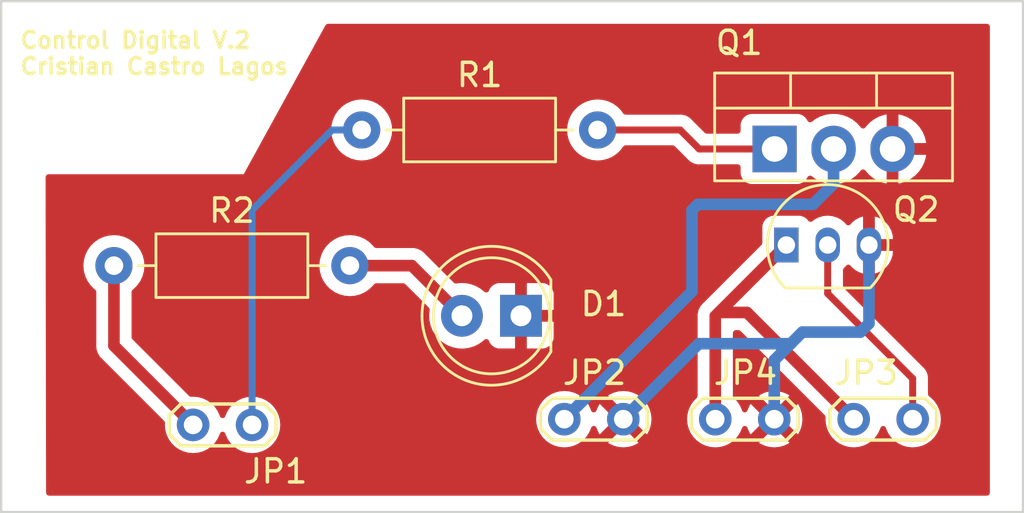
<source format=kicad_pcb>
(kicad_pcb (version 20241229) (generator "pcbnew") (generator_version "9.0")
  (layers (0 "F.Cu" signal) (2 "B.Cu" signal) (13 "F.Paste" user) (15 "B.Paste" user) (5 "F.SilkS" user "F.Silkscreen") (7 "B.SilkS" user "B.Silkscreen") (1 "F.Mask" user) (3 "B.Mask" user) (25 "Edge.Cuts" user))
  (net 0 "")
  (net 1 "Net-(D1-Pad2)")
  (net 2 "Net-(JP1-Pad1)")
  (net 3 "Net-(JP1-Pad2)")
  (net 4 "Net-(JP3-Pad1)")
  (net 5 "Net-(Q1-Pad1)")
  (net 6 "GND")
  (net 7 "+5VA")
  (net 8 "+3V3")
  (footprint "Resistor_THT:R_Axial_DIN0207_L6.3mm_D2.5mm_P10.16mm_Horizontal" (layer "F.Cu") (at 117.856 64.389)
    (property "Reference" "R2" (at 5.08 -2.37 0) (layer "F.SilkS"))
    (property "Value" "470")
    (fp_line (start 1.04 0) (end 1.81 0) (stroke (width 0.12)) (layer "F.SilkS"))
    (fp_line (start 1.81 -1.37) (end 1.81 1.37) (stroke (width 0.12)) (layer "F.SilkS"))
    (fp_line (start 1.81 1.37) (end 8.35 1.37) (stroke (width 0.12)) (layer "F.SilkS"))
    (fp_line (start 8.35 -1.37) (end 1.81 -1.37) (stroke (width 0.12)) (layer "F.SilkS"))
    (fp_line (start 8.35 1.37) (end 8.35 -1.37) (stroke (width 0.12)) (layer "F.SilkS"))
    (fp_line (start 9.12 0) (end 8.35 0) (stroke (width 0.12)) (layer "F.SilkS"))
    (pad "1" thru_hole circle (at 0 0) (size 1.6 1.6) (drill 0.8) (layers "*.Cu" "*.Mask") (net 3 "Net-(JP1-Pad2)"))
    (pad "2" thru_hole oval (at 10.16 0) (size 1.6 1.6) (drill 0.8) (layers "*.Cu" "*.Mask") (net 1 "Net-(D1-Pad2)"))
  )
  (footprint "TestPoint:TestPoint_2Pads_Pitch2.54mm_Drill0.8mm" (layer "F.Cu") (at 137.25 71)
    (property "Reference" "JP2" (at 1.3 -2 0) (layer "F.SilkS"))
    (property "Value" "PWR Tr")
    (fp_line (start -1.03 -0.4) (end -0.53 -0.9) (stroke (width 0.15)) (layer "F.SilkS"))
    (fp_line (start -1.03 0.4) (end -1.03 -0.4) (stroke (width 0.15)) (layer "F.SilkS"))
    (fp_line (start -0.53 -0.9) (end 3.07 -0.9) (stroke (width 0.15)) (layer "F.SilkS"))
    (fp_line (start -0.53 0.9) (end -1.03 0.4) (stroke (width 0.15)) (layer "F.SilkS"))
    (fp_line (start 3.07 -0.9) (end 3.57 -0.4) (stroke (width 0.15)) (layer "F.SilkS"))
    (fp_line (start 3.07 0.9) (end -0.53 0.9) (stroke (width 0.15)) (layer "F.SilkS"))
    (fp_line (start 3.57 -0.4) (end 3.57 0.4) (stroke (width 0.15)) (layer "F.SilkS"))
    (fp_line (start 3.57 0.4) (end 3.07 0.9) (stroke (width 0.15)) (layer "F.SilkS"))
    (pad "1" thru_hole circle (at 0 0) (size 1.4 1.4) (drill 0.8) (layers "*.Cu" "*.Mask") (net 7 "+5VA"))
    (pad "2" thru_hole circle (at 2.54 0) (size 1.4 1.4) (drill 0.8) (layers "*.Cu" "*.Mask") (net 6 "GND"))
  )
  (footprint "Package_TO_SOT_THT:TO-92_Inline" (layer "F.Cu") (at 147.32 63.5)
    (property "Reference" "Q2" (at 5.08 -1.524 0) (layer "F.SilkS"))
    (property "Value" "TMP")
    (fp_line (start -0.53 1.85) (end 3.07 1.85) (stroke (width 0.12)) (layer "F.SilkS"))
    (fp_arc (start -0.568478 1.838478) (mid -1.132087 -0.994977) (end 1.27 -2.6) (stroke (width 0.12)) (layer "F.SilkS"))
    (fp_arc (start 1.27 -2.6) (mid 3.672087 -0.994977) (end 3.108478 1.838478) (stroke (width 0.12)) (layer "F.SilkS"))
    (pad "1" thru_hole rect (at -0.508 0) (size 1.05 1.5) (drill 0.75) (layers "*.Cu" "*.Mask") (net 8 "+3V3"))
    (pad "2" thru_hole oval (at 1.27 0) (size 1.05 1.5) (drill 0.75) (layers "*.Cu" "*.Mask") (net 4 "Net-(JP3-Pad1)"))
    (pad "3" thru_hole oval (at 3.048 0) (size 1.05 1.5) (drill 0.75) (layers "*.Cu" "*.Mask") (net 6 "GND"))
  )
  (footprint "TestPoint:TestPoint_2Pads_Pitch2.54mm_Drill0.8mm" (layer "F.Cu") (at 143.75 71)
    (property "Reference" "JP4" (at 1.3 -2 0) (layer "F.SilkS"))
    (property "Value" "Arduino")
    (fp_line (start -1.03 -0.4) (end -0.53 -0.9) (stroke (width 0.15)) (layer "F.SilkS"))
    (fp_line (start -1.03 0.4) (end -1.03 -0.4) (stroke (width 0.15)) (layer "F.SilkS"))
    (fp_line (start -0.53 -0.9) (end 3.07 -0.9) (stroke (width 0.15)) (layer "F.SilkS"))
    (fp_line (start -0.53 0.9) (end -1.03 0.4) (stroke (width 0.15)) (layer "F.SilkS"))
    (fp_line (start 3.07 -0.9) (end 3.57 -0.4) (stroke (width 0.15)) (layer "F.SilkS"))
    (fp_line (start 3.07 0.9) (end -0.53 0.9) (stroke (width 0.15)) (layer "F.SilkS"))
    (fp_line (start 3.57 -0.4) (end 3.57 0.4) (stroke (width 0.15)) (layer "F.SilkS"))
    (fp_line (start 3.57 0.4) (end 3.07 0.9) (stroke (width 0.15)) (layer "F.SilkS"))
    (pad "1" thru_hole circle (at 0 0) (size 1.4 1.4) (drill 0.8) (layers "*.Cu" "*.Mask") (net 8 "+3V3"))
    (pad "2" thru_hole circle (at 2.54 0) (size 1.4 1.4) (drill 0.8) (layers "*.Cu" "*.Mask") (net 6 "GND"))
  )
  (footprint "TestPoint:TestPoint_2Pads_Pitch2.54mm_Drill0.8mm" (layer "F.Cu") (at 152.25 71 180)
    (property "Reference" "JP3" (at 2 2 0) (layer "F.SilkS"))
    (property "Value" "An In")
    (fp_line (start 3.57 0.4) (end 3.07 0.9) (stroke (width 0.15)) (layer "F.SilkS"))
    (fp_line (start 3.57 -0.4) (end 3.57 0.4) (stroke (width 0.15)) (layer "F.SilkS"))
    (fp_line (start 3.07 0.9) (end -0.53 0.9) (stroke (width 0.15)) (layer "F.SilkS"))
    (fp_line (start 3.07 -0.9) (end 3.57 -0.4) (stroke (width 0.15)) (layer "F.SilkS"))
    (fp_line (start -0.53 0.9) (end -1.03 0.4) (stroke (width 0.15)) (layer "F.SilkS"))
    (fp_line (start -0.53 -0.9) (end 3.07 -0.9) (stroke (width 0.15)) (layer "F.SilkS"))
    (fp_line (start -1.03 0.4) (end -1.03 -0.4) (stroke (width 0.15)) (layer "F.SilkS"))
    (fp_line (start -1.03 -0.4) (end -0.53 -0.9) (stroke (width 0.15)) (layer "F.SilkS"))
    (pad "1" thru_hole circle (at 0 0 180) (size 1.4 1.4) (drill 0.8) (layers "*.Cu" "*.Mask") (net 4 "Net-(JP3-Pad1)"))
    (pad "2" thru_hole circle (at 2.54 0 180) (size 1.4 1.4) (drill 0.8) (layers "*.Cu" "*.Mask") (net 8 "+3V3"))
  )
  (footprint "LED_THT:LED_D5.0mm" (layer "F.Cu") (at 135.382 66.548 180)
    (property "Reference" "D1" (at -3.556 0.508 0) (layer "F.SilkS"))
    (property "Value" "LED")
    (fp_line (start -1.29 -1.545) (end -1.29 1.545) (stroke (width 0.12)) (layer "F.SilkS"))
    (fp_arc (start 4.26 -0.000462) (mid 2.072002 2.880433) (end -1.29 1.54483) (stroke (width 0.12)) (layer "F.SilkS"))
    (fp_arc (start -1.29 -1.54483) (mid 2.072002 -2.880433) (end 4.26 0.000462) (stroke (width 0.12)) (layer "F.SilkS"))
    (fp_circle (center 1.27 0) (end 3.77 0) (stroke (width 0.12)) (fill no) (layer "F.SilkS"))
    (pad "1" thru_hole rect (at 0 0 180) (size 1.8 1.8) (drill 0.9) (layers "*.Cu" "*.Mask") (net 6 "GND"))
    (pad "2" thru_hole circle (at 2.54 0 180) (size 1.8 1.8) (drill 0.9) (layers "*.Cu" "*.Mask") (net 1 "Net-(D1-Pad2)"))
  )
  (footprint "TestPoint:TestPoint_2Pads_Pitch2.54mm_Drill0.8mm" (layer "F.Cu") (at 123.805 71.247 180)
    (property "Reference" "JP1" (at -1.016 -2 0) (layer "F.SilkS"))
    (property "Value" "Dig PIN")
    (fp_line (start 3.57 0.4) (end 3.07 0.9) (stroke (width 0.15)) (layer "F.SilkS"))
    (fp_line (start 3.57 -0.4) (end 3.57 0.4) (stroke (width 0.15)) (layer "F.SilkS"))
    (fp_line (start 3.07 0.9) (end -0.53 0.9) (stroke (width 0.15)) (layer "F.SilkS"))
    (fp_line (start 3.07 -0.9) (end 3.57 -0.4) (stroke (width 0.15)) (layer "F.SilkS"))
    (fp_line (start -0.53 0.9) (end -1.03 0.4) (stroke (width 0.15)) (layer "F.SilkS"))
    (fp_line (start -0.53 -0.9) (end 3.07 -0.9) (stroke (width 0.15)) (layer "F.SilkS"))
    (fp_line (start -1.03 0.4) (end -1.03 -0.4) (stroke (width 0.15)) (layer "F.SilkS"))
    (fp_line (start -1.03 -0.4) (end -0.53 -0.9) (stroke (width 0.15)) (layer "F.SilkS"))
    (pad "1" thru_hole circle (at 0 0 180) (size 1.4 1.4) (drill 0.8) (layers "*.Cu" "*.Mask") (net 2 "Net-(JP1-Pad1)"))
    (pad "2" thru_hole circle (at 2.54 0 180) (size 1.4 1.4) (drill 0.8) (layers "*.Cu" "*.Mask") (net 3 "Net-(JP1-Pad2)"))
  )
  (footprint "Package_TO_SOT_THT:TO-220-3_Vertical" (layer "F.Cu") (at 146.304 59.365)
    (property "Reference" "Q1" (at -1.524 -4.572 0) (layer "F.SilkS"))
    (property "Value" "TIP31C")
    (fp_line (start -2.58 -3.27) (end -2.58 1.371) (stroke (width 0.12)) (layer "F.SilkS"))
    (fp_line (start -2.58 -3.27) (end 7.66 -3.27) (stroke (width 0.12)) (layer "F.SilkS"))
    (fp_line (start -2.58 -1.76) (end 7.66 -1.76) (stroke (width 0.12)) (layer "F.SilkS"))
    (fp_line (start -2.58 1.371) (end 7.66 1.371) (stroke (width 0.12)) (layer "F.SilkS"))
    (fp_line (start 0.69 -3.27) (end 0.69 -1.76) (stroke (width 0.12)) (layer "F.SilkS"))
    (fp_line (start 4.391 -3.27) (end 4.391 -1.76) (stroke (width 0.12)) (layer "F.SilkS"))
    (fp_line (start 7.66 -3.27) (end 7.66 1.371) (stroke (width 0.12)) (layer "F.SilkS"))
    (pad "1" thru_hole rect (at 0 0) (size 1.905 2) (drill 1.1) (layers "*.Cu" "*.Mask") (net 5 "Net-(Q1-Pad1)"))
    (pad "2" thru_hole oval (at 2.54 0) (size 1.905 2) (drill 1.1) (layers "*.Cu" "*.Mask") (net 7 "+5VA"))
    (pad "3" thru_hole oval (at 5.08 0) (size 1.905 2) (drill 1.1) (layers "*.Cu" "*.Mask") (net 6 "GND"))
  )
  (footprint "Resistor_THT:R_Axial_DIN0207_L6.3mm_D2.5mm_P10.16mm_Horizontal" (layer "F.Cu") (at 128.524 58.547)
    (property "Reference" "R1" (at 5.08 -2.37 0) (layer "F.SilkS"))
    (property "Value" "470")
    (fp_line (start 1.04 0) (end 1.81 0) (stroke (width 0.12)) (layer "F.SilkS"))
    (fp_line (start 1.81 -1.37) (end 1.81 1.37) (stroke (width 0.12)) (layer "F.SilkS"))
    (fp_line (start 1.81 1.37) (end 8.35 1.37) (stroke (width 0.12)) (layer "F.SilkS"))
    (fp_line (start 8.35 -1.37) (end 1.81 -1.37) (stroke (width 0.12)) (layer "F.SilkS"))
    (fp_line (start 8.35 1.37) (end 8.35 -1.37) (stroke (width 0.12)) (layer "F.SilkS"))
    (fp_line (start 9.12 0) (end 8.35 0) (stroke (width 0.12)) (layer "F.SilkS"))
    (pad "1" thru_hole circle (at 0 0) (size 1.6 1.6) (drill 0.8) (layers "*.Cu" "*.Mask") (net 2 "Net-(JP1-Pad1)"))
    (pad "2" thru_hole oval (at 10.16 0) (size 1.6 1.6) (drill 0.8) (layers "*.Cu" "*.Mask") (net 5 "Net-(Q1-Pad1)"))
  )
  (gr_line (start 113 75) (end 113 53) (stroke (width 0.1)) (layer "Edge.Cuts"))
  (gr_line (start 113 53) (end 157 53) (stroke (width 0.1)) (layer "Edge.Cuts"))
  (gr_line (start 157 75) (end 113 75) (stroke (width 0.1)) (layer "Edge.Cuts"))
  (gr_line (start 157 53) (end 157 75) (stroke (width 0.1)) (layer "Edge.Cuts"))
  (gr_text "Control Digital V.2\nCristian Castro Lagos" (at 113.75 55.245 0) (layer "F.SilkS") (effects (font (size 0.7 0.7)) (justify left)))
  (segment (start 130.683 64.389) (end 128.016 64.389) (width 0.5) (layer "F.Cu") (net 1))
  (segment (start 132.842 66.548) (end 130.683 64.389) (width 0.5) (layer "F.Cu") (net 1))
  (segment (start 128.397 58.42) (end 128.524 58.547) (width 0.3) (layer "F.Cu") (net 2))
  (segment (start 123.805 61.996) (end 123.805 71.247) (width 0.3) (layer "B.Cu") (net 2))
  (segment (start 128.524 58.547) (end 127.254 58.547) (width 0.3) (layer "B.Cu") (net 2))
  (segment (start 127.254 58.547) (end 123.805 61.996) (width 0.3) (layer "B.Cu") (net 2))
  (segment (start 117.856 67.838) (end 117.856 64.389) (width 0.5) (layer "F.Cu") (net 3))
  (segment (start 121.265 71.247) (end 117.856 67.838) (width 0.5) (layer "F.Cu") (net 3))
  (segment (start 148.59 65.59) (end 148.59 63.5) (width 0.3) (layer "F.Cu") (net 4))
  (segment (start 152.25 71) (end 152.25 69.25) (width 0.3) (layer "F.Cu") (net 4))
  (segment (start 152.25 69.25) (end 148.59 65.59) (width 0.3) (layer "F.Cu") (net 4))
  (segment (start 143.058 59.365) (end 146.304 59.365) (width 0.3) (layer "F.Cu") (net 5))
  (segment (start 142.24 58.547) (end 143.058 59.365) (width 0.3) (layer "F.Cu") (net 5))
  (segment (start 138.684 58.547) (end 142.24 58.547) (width 0.3) (layer "F.Cu") (net 5))
  (segment (start 143.04 67.75) (end 147 67.75) (width 0.5) (layer "B.Cu") (net 6))
  (segment (start 150.368 66.882) (end 150.368 63.5) (width 0.5) (layer "B.Cu") (net 6))
  (segment (start 147.5 67.25) (end 150 67.25) (width 0.5) (layer "B.Cu") (net 6))
  (segment (start 139.79 71) (end 143.04 67.75) (width 0.5) (layer "B.Cu") (net 6))
  (segment (start 150 67.25) (end 150.368 66.882) (width 0.5) (layer "B.Cu") (net 6))
  (segment (start 146.29 71) (end 146.29 68.46) (width 0.5) (layer "B.Cu") (net 6))
  (segment (start 147 67.75) (end 147.5 67.25) (width 0.5) (layer "B.Cu") (net 6))
  (segment (start 146.29 68.46) (end 147 67.75) (width 0.5) (layer "B.Cu") (net 6))
  (segment (start 137.25 71) (end 142.75 65.5) (width 0.5) (layer "B.Cu") (net 7))
  (segment (start 143 61.75) (end 147.959 61.75) (width 0.5) (layer "B.Cu") (net 7))
  (segment (start 142.75 65.5) (end 142.75 62) (width 0.5) (layer "B.Cu") (net 7))
  (segment (start 147.959 61.75) (end 148.844 60.865) (width 0.5) (layer "B.Cu") (net 7))
  (segment (start 148.844 60.865) (end 148.844 59.365) (width 0.5) (layer "B.Cu") (net 7))
  (segment (start 142.75 62) (end 143 61.75) (width 0.5) (layer "B.Cu") (net 7))
  (segment (start 143.75 71) (end 143.75 66.562) (width 0.5) (layer "F.Cu") (net 8))
  (segment (start 145.116 66.406) (end 143.906 66.406) (width 0.5) (layer "F.Cu") (net 8))
  (segment (start 149.71 71) (end 145.116 66.406) (width 0.5) (layer "F.Cu") (net 8))
  (segment (start 143.75 66.562) (end 143.906 66.406) (width 0.5) (layer "F.Cu") (net 8))
  (segment (start 143.906 66.406) (end 146.812 63.5) (width 0.5) (layer "F.Cu") (net 8))
  (zone (net 6) (net_name "GND") (layer "F.Cu") (connect_pads (clearance 0.508)) (min_thickness 0.254) (fill yes (thermal_gap 0.508) (thermal_bridge_width 0.508))
    (polygon (pts (xy 155.575 74.295) (xy 114.935 74.295) (xy 114.912904 60.452) (xy 123.444 60.452) (xy 127 53.975) (xy 155.575 53.975)))
  )
)
</source>
